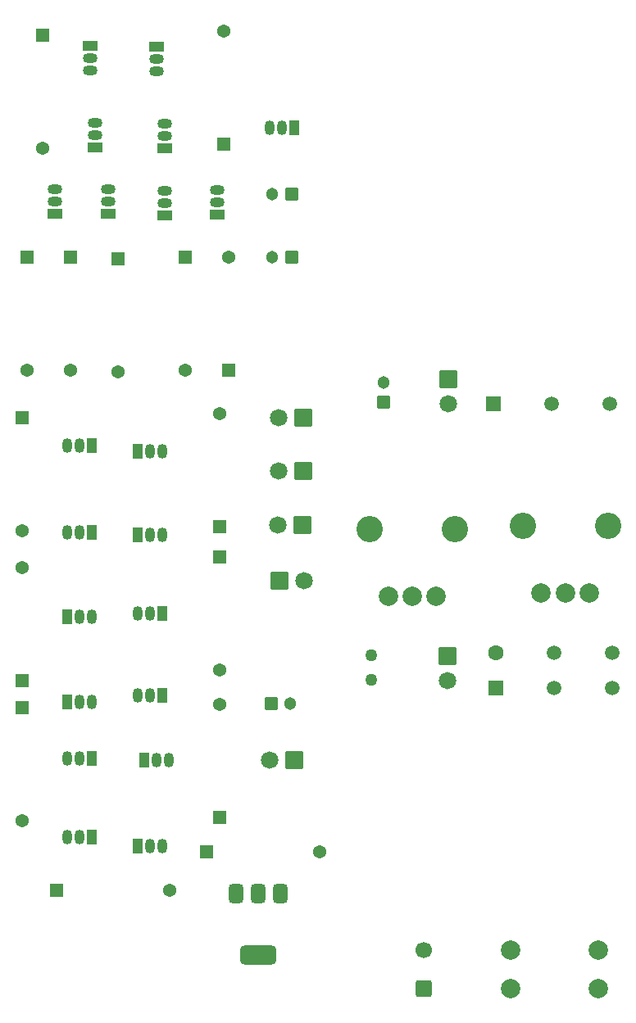
<source format=gbr>
%TF.GenerationSoftware,KiCad,Pcbnew,9.0.6*%
%TF.CreationDate,2025-11-22T15:54:34-05:00*%
%TF.ProjectId,Project_Final,50726f6a-6563-4745-9f46-696e616c2e6b,rev?*%
%TF.SameCoordinates,Original*%
%TF.FileFunction,Soldermask,Top*%
%TF.FilePolarity,Negative*%
%FSLAX46Y46*%
G04 Gerber Fmt 4.6, Leading zero omitted, Abs format (unit mm)*
G04 Created by KiCad (PCBNEW 9.0.6) date 2025-11-22 15:54:34*
%MOMM*%
%LPD*%
G01*
G04 APERTURE LIST*
G04 Aperture macros list*
%AMRoundRect*
0 Rectangle with rounded corners*
0 $1 Rounding radius*
0 $2 $3 $4 $5 $6 $7 $8 $9 X,Y pos of 4 corners*
0 Add a 4 corners polygon primitive as box body*
4,1,4,$2,$3,$4,$5,$6,$7,$8,$9,$2,$3,0*
0 Add four circle primitives for the rounded corners*
1,1,$1+$1,$2,$3*
1,1,$1+$1,$4,$5*
1,1,$1+$1,$6,$7*
1,1,$1+$1,$8,$9*
0 Add four rect primitives between the rounded corners*
20,1,$1+$1,$2,$3,$4,$5,0*
20,1,$1+$1,$4,$5,$6,$7,0*
20,1,$1+$1,$6,$7,$8,$9,0*
20,1,$1+$1,$8,$9,$2,$3,0*%
G04 Aperture macros list end*
%ADD10R,1.371600X1.371600*%
%ADD11C,1.371600*%
%ADD12R,1.050000X1.500000*%
%ADD13O,1.050000X1.500000*%
%ADD14RoundRect,0.102000X0.550000X0.550000X-0.550000X0.550000X-0.550000X-0.550000X0.550000X-0.550000X0*%
%ADD15C,1.304000*%
%ADD16R,1.500000X1.050000*%
%ADD17O,1.500000X1.050000*%
%ADD18RoundRect,0.375000X-0.375000X0.625000X-0.375000X-0.625000X0.375000X-0.625000X0.375000X0.625000X0*%
%ADD19RoundRect,0.500000X-1.400000X0.500000X-1.400000X-0.500000X1.400000X-0.500000X1.400000X0.500000X0*%
%ADD20C,1.270000*%
%ADD21RoundRect,0.102000X0.802500X0.802500X-0.802500X0.802500X-0.802500X-0.802500X0.802500X-0.802500X0*%
%ADD22C,1.809000*%
%ADD23RoundRect,0.102000X0.550000X-0.550000X0.550000X0.550000X-0.550000X0.550000X-0.550000X-0.550000X0*%
%ADD24RoundRect,0.102000X-0.802500X-0.802500X0.802500X-0.802500X0.802500X0.802500X-0.802500X0.802500X0*%
%ADD25C,1.500000*%
%ADD26RoundRect,0.250000X0.550000X-0.550000X0.550000X0.550000X-0.550000X0.550000X-0.550000X-0.550000X0*%
%ADD27RoundRect,0.102000X-0.802500X0.802500X-0.802500X-0.802500X0.802500X-0.802500X0.802500X0.802500X0*%
%ADD28C,2.000000*%
%ADD29RoundRect,0.250000X0.600000X-0.600000X0.600000X0.600000X-0.600000X0.600000X-0.600000X-0.600000X0*%
%ADD30C,1.700000*%
%ADD31C,2.006600*%
%ADD32C,2.717800*%
%ADD33C,1.600000*%
%ADD34RoundRect,0.102000X-0.550000X-0.550000X0.550000X-0.550000X0.550000X0.550000X-0.550000X0.550000X0*%
G04 APERTURE END LIST*
D10*
%TO.C,R13*%
X68640000Y-44032000D03*
D11*
X68640000Y-55716000D03*
%TD*%
D12*
%TO.C,Q15*%
X80060000Y-64080000D03*
D13*
X81330000Y-64080000D03*
X82600000Y-64080000D03*
%TD*%
D14*
%TO.C,C1*%
X96000000Y-37500000D03*
D15*
X94000000Y-37500000D03*
%TD*%
D10*
%TO.C,R15*%
X68100000Y-60638000D03*
D11*
X68100000Y-72322000D03*
%TD*%
D16*
%TO.C,Q7*%
X82860000Y-32770000D03*
D17*
X82860000Y-31500000D03*
X82860000Y-30230000D03*
%TD*%
D18*
%TO.C,Q17*%
X94800000Y-109850000D03*
X92500000Y-109850000D03*
D19*
X92500000Y-116150000D03*
D18*
X90200000Y-109850000D03*
%TD*%
D20*
%TO.C,C2*%
X104200000Y-87690000D03*
X104200000Y-85190000D03*
%TD*%
D12*
%TO.C,Q19*%
X80060000Y-72710000D03*
D13*
X81330000Y-72710000D03*
X82600000Y-72710000D03*
%TD*%
D10*
%TO.C,R8*%
X88500000Y-101920000D03*
D11*
X88500000Y-90236000D03*
%TD*%
D12*
%TO.C,Q22*%
X72780000Y-81210000D03*
D13*
X74050000Y-81210000D03*
X75320000Y-81210000D03*
%TD*%
D12*
%TO.C,Q10*%
X75320000Y-104000000D03*
D13*
X74050000Y-104000000D03*
X72780000Y-104000000D03*
%TD*%
D21*
%TO.C,J5*%
X96270000Y-96000000D03*
D22*
X93730000Y-96000000D03*
%TD*%
D10*
%TO.C,R12*%
X88500000Y-71842000D03*
D11*
X88500000Y-60158000D03*
%TD*%
D23*
%TO.C,CPaddle1*%
X105500000Y-59000000D03*
D15*
X105500000Y-57000000D03*
%TD*%
D12*
%TO.C,Q11*%
X80060000Y-104860000D03*
D13*
X81330000Y-104860000D03*
X82600000Y-104860000D03*
%TD*%
D12*
%TO.C,Q21*%
X82600000Y-80850000D03*
D13*
X81330000Y-80850000D03*
X80060000Y-80850000D03*
%TD*%
D24*
%TO.C,J4*%
X94730000Y-77500000D03*
D22*
X97270000Y-77500000D03*
%TD*%
D10*
%TO.C,R16*%
X88500000Y-74974000D03*
D11*
X88500000Y-86658000D03*
%TD*%
D12*
%TO.C,Q14*%
X80730000Y-96000000D03*
D13*
X82000000Y-96000000D03*
X83270000Y-96000000D03*
%TD*%
D10*
%TO.C,R14*%
X73140000Y-44032000D03*
D11*
X73140000Y-55716000D03*
%TD*%
D25*
%TO.C,TP1*%
X122850000Y-59210000D03*
X128850000Y-59210000D03*
D26*
X116850000Y-59210000D03*
%TD*%
D12*
%TO.C,Q8*%
X96270000Y-30640000D03*
D13*
X95000000Y-30640000D03*
X93730000Y-30640000D03*
%TD*%
D12*
%TO.C,Q12*%
X75320000Y-95800000D03*
D13*
X74050000Y-95800000D03*
X72780000Y-95800000D03*
%TD*%
D16*
%TO.C,Q1*%
X71500000Y-39540000D03*
D17*
X71500000Y-38270000D03*
X71500000Y-37000000D03*
%TD*%
D16*
%TO.C,Q5*%
X82020000Y-22242000D03*
D17*
X82020000Y-23512000D03*
X82020000Y-24782000D03*
%TD*%
D27*
%TO.C,JPaddle1*%
X112160000Y-56640000D03*
D22*
X112160000Y-59180000D03*
%TD*%
D10*
%TO.C,R9*%
X71658000Y-109500000D03*
D11*
X83342000Y-109500000D03*
%TD*%
D10*
%TO.C,R4*%
X89500000Y-55684000D03*
D11*
X89500000Y-44000000D03*
%TD*%
D16*
%TO.C,Q9*%
X88278763Y-39651034D03*
D17*
X88278763Y-38381034D03*
X88278763Y-37111034D03*
%TD*%
D27*
%TO.C,JTestPoint1*%
X112080000Y-85270000D03*
D22*
X112080000Y-87810000D03*
%TD*%
D10*
%TO.C,R6*%
X78000000Y-44158000D03*
D11*
X78000000Y-55842000D03*
%TD*%
D12*
%TO.C,Q20*%
X75320000Y-72490000D03*
D13*
X74050000Y-72490000D03*
X72780000Y-72490000D03*
%TD*%
D12*
%TO.C,Q16*%
X82600000Y-89300000D03*
D13*
X81330000Y-89300000D03*
X80060000Y-89300000D03*
%TD*%
D10*
%TO.C,R7*%
X68100000Y-90578000D03*
D11*
X68100000Y-102262000D03*
%TD*%
D28*
%TO.C,JBattery1*%
X118620000Y-119670000D03*
X127620000Y-119670000D03*
X118620000Y-115670000D03*
X127620000Y-115670000D03*
D29*
X109620000Y-119670000D03*
D30*
X109620000Y-115670000D03*
%TD*%
D16*
%TO.C,Q2*%
X75698000Y-32698000D03*
D17*
X75698000Y-31428000D03*
X75698000Y-30158000D03*
%TD*%
D31*
%TO.C,R1*%
X105947800Y-79105386D03*
X108437000Y-79105386D03*
X110926200Y-79105386D03*
D32*
X104036800Y-72105386D03*
X112837200Y-72105386D03*
%TD*%
D25*
%TO.C,RLoad1*%
X123080000Y-88540000D03*
X129080000Y-88540000D03*
X123080000Y-84940000D03*
X129080000Y-84940000D03*
D26*
X117080000Y-88540000D03*
D33*
X117080000Y-84940000D03*
%TD*%
D21*
%TO.C,J2*%
X97167500Y-66100000D03*
D22*
X94627500Y-66100000D03*
%TD*%
D10*
%TO.C,R5*%
X89000000Y-32342000D03*
D11*
X89000000Y-20658000D03*
%TD*%
D16*
%TO.C,Q6*%
X82860000Y-39666000D03*
D17*
X82860000Y-38396000D03*
X82860000Y-37126000D03*
%TD*%
D16*
%TO.C,Q4*%
X75160000Y-22170000D03*
D17*
X75160000Y-23440000D03*
X75160000Y-24710000D03*
%TD*%
D16*
%TO.C,Q3*%
X77000000Y-39540000D03*
D17*
X77000000Y-38270000D03*
X77000000Y-37000000D03*
%TD*%
D10*
%TO.C,R17*%
X68100000Y-87822000D03*
D11*
X68100000Y-76138000D03*
%TD*%
D12*
%TO.C,Q18*%
X75320000Y-63490000D03*
D13*
X74050000Y-63490000D03*
X72780000Y-63490000D03*
%TD*%
D31*
%TO.C,R2*%
X121757800Y-78775386D03*
X124247000Y-78775386D03*
X126736200Y-78775386D03*
D32*
X119846800Y-71775386D03*
X128647200Y-71775386D03*
%TD*%
D34*
%TO.C,CByPass1*%
X93850000Y-90170000D03*
D15*
X95850000Y-90170000D03*
%TD*%
D10*
%TO.C,R10*%
X87158000Y-105500000D03*
D11*
X98842000Y-105500000D03*
%TD*%
D10*
%TO.C,R11*%
X70210000Y-21058000D03*
D11*
X70210000Y-32742000D03*
%TD*%
D10*
%TO.C,R3*%
X85000000Y-44000000D03*
D11*
X85000000Y-55684000D03*
%TD*%
D21*
%TO.C,J3*%
X97130000Y-71730000D03*
D22*
X94590000Y-71730000D03*
%TD*%
D14*
%TO.C,C3*%
X96000000Y-44000000D03*
D15*
X94000000Y-44000000D03*
%TD*%
D21*
%TO.C,J1*%
X97167500Y-60610000D03*
D22*
X94627500Y-60610000D03*
%TD*%
D12*
%TO.C,Q13*%
X72780000Y-89990000D03*
D13*
X74050000Y-89990000D03*
X75320000Y-89990000D03*
%TD*%
M02*

</source>
